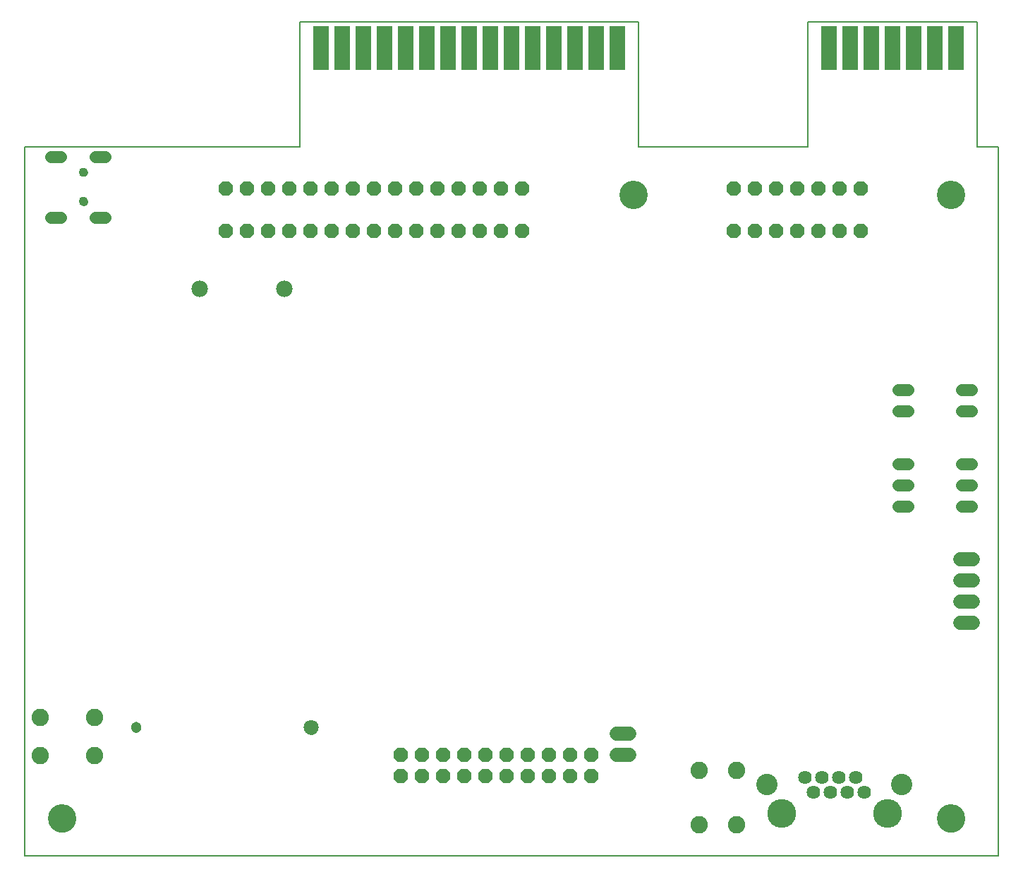
<source format=gbs>
G75*
%MOIN*%
%OFA0B0*%
%FSLAX25Y25*%
%IPPOS*%
%LPD*%
%AMOC8*
5,1,8,0,0,1.08239X$1,22.5*
%
%ADD10C,0.00500*%
%ADD11R,0.07800X0.20800*%
%ADD12OC8,0.06800*%
%ADD13C,0.08200*%
%ADD14C,0.00000*%
%ADD15C,0.13600*%
%ADD16C,0.06400*%
%ADD17C,0.10100*%
%ADD18C,0.05524*%
%ADD19C,0.04343*%
%ADD20C,0.13398*%
%ADD21C,0.05600*%
%ADD22C,0.06800*%
%ADD23C,0.05131*%
%ADD24C,0.07099*%
%ADD25C,0.07800*%
D10*
X0005154Y0017914D02*
X0005154Y0352560D01*
X0135154Y0352560D01*
X0135154Y0411615D01*
X0295154Y0411615D01*
X0295154Y0352560D01*
X0375154Y0352560D01*
X0375154Y0411615D01*
X0455154Y0411615D01*
X0455154Y0352560D01*
X0465154Y0352560D01*
X0465154Y0017914D01*
X0005154Y0017914D01*
D11*
X0145075Y0399193D03*
X0155075Y0399193D03*
X0165075Y0399193D03*
X0175075Y0399193D03*
X0185075Y0399193D03*
X0195075Y0399193D03*
X0205075Y0399193D03*
X0215075Y0399193D03*
X0225075Y0399193D03*
X0235075Y0399193D03*
X0245075Y0399193D03*
X0255075Y0399193D03*
X0265075Y0399193D03*
X0275075Y0399193D03*
X0285075Y0399193D03*
X0385075Y0399193D03*
X0395075Y0399193D03*
X0405075Y0399193D03*
X0415075Y0399193D03*
X0425075Y0399193D03*
X0435075Y0399193D03*
X0445075Y0399193D03*
D12*
X0400154Y0332914D03*
X0390154Y0332914D03*
X0380154Y0332914D03*
X0370154Y0332914D03*
X0360154Y0332914D03*
X0350154Y0332914D03*
X0340154Y0332914D03*
X0340154Y0312914D03*
X0350154Y0312914D03*
X0360154Y0312914D03*
X0370154Y0312914D03*
X0380154Y0312914D03*
X0390154Y0312914D03*
X0400154Y0312914D03*
X0240154Y0312914D03*
X0230154Y0312914D03*
X0220154Y0312914D03*
X0210154Y0312914D03*
X0200154Y0312914D03*
X0190154Y0312914D03*
X0180154Y0312914D03*
X0170154Y0312914D03*
X0160154Y0312914D03*
X0150154Y0312914D03*
X0140154Y0312914D03*
X0130154Y0312914D03*
X0120154Y0312914D03*
X0110154Y0312914D03*
X0100154Y0312914D03*
X0100154Y0332914D03*
X0110154Y0332914D03*
X0120154Y0332914D03*
X0130154Y0332914D03*
X0140154Y0332914D03*
X0150154Y0332914D03*
X0160154Y0332914D03*
X0170154Y0332914D03*
X0180154Y0332914D03*
X0190154Y0332914D03*
X0200154Y0332914D03*
X0210154Y0332914D03*
X0220154Y0332914D03*
X0230154Y0332914D03*
X0240154Y0332914D03*
X0242654Y0065414D03*
X0252654Y0065414D03*
X0262654Y0065414D03*
X0272654Y0065414D03*
X0272654Y0055414D03*
X0262654Y0055414D03*
X0252654Y0055414D03*
X0242654Y0055414D03*
X0232654Y0055414D03*
X0232654Y0065414D03*
X0222654Y0065414D03*
X0222654Y0055414D03*
X0212654Y0055414D03*
X0212654Y0065414D03*
X0202654Y0065414D03*
X0202654Y0055414D03*
X0192654Y0055414D03*
X0192654Y0065414D03*
X0182654Y0065414D03*
X0182654Y0055414D03*
D13*
X0323754Y0058214D03*
X0341554Y0058214D03*
X0341554Y0032614D03*
X0323754Y0032614D03*
X0037954Y0065264D03*
X0037954Y0083064D03*
X0012354Y0083064D03*
X0012354Y0065264D03*
D14*
X0016355Y0035414D02*
X0016357Y0035572D01*
X0016363Y0035730D01*
X0016373Y0035888D01*
X0016387Y0036046D01*
X0016405Y0036203D01*
X0016426Y0036360D01*
X0016452Y0036516D01*
X0016482Y0036672D01*
X0016515Y0036827D01*
X0016553Y0036980D01*
X0016594Y0037133D01*
X0016639Y0037285D01*
X0016688Y0037436D01*
X0016741Y0037585D01*
X0016797Y0037733D01*
X0016857Y0037879D01*
X0016921Y0038024D01*
X0016989Y0038167D01*
X0017060Y0038309D01*
X0017134Y0038449D01*
X0017212Y0038586D01*
X0017294Y0038722D01*
X0017378Y0038856D01*
X0017467Y0038987D01*
X0017558Y0039116D01*
X0017653Y0039243D01*
X0017750Y0039368D01*
X0017851Y0039490D01*
X0017955Y0039609D01*
X0018062Y0039726D01*
X0018172Y0039840D01*
X0018285Y0039951D01*
X0018400Y0040060D01*
X0018518Y0040165D01*
X0018639Y0040267D01*
X0018762Y0040367D01*
X0018888Y0040463D01*
X0019016Y0040556D01*
X0019146Y0040646D01*
X0019279Y0040732D01*
X0019414Y0040816D01*
X0019550Y0040895D01*
X0019689Y0040972D01*
X0019830Y0041044D01*
X0019972Y0041114D01*
X0020116Y0041179D01*
X0020262Y0041241D01*
X0020409Y0041299D01*
X0020558Y0041354D01*
X0020708Y0041405D01*
X0020859Y0041452D01*
X0021011Y0041495D01*
X0021164Y0041534D01*
X0021319Y0041570D01*
X0021474Y0041601D01*
X0021630Y0041629D01*
X0021786Y0041653D01*
X0021943Y0041673D01*
X0022101Y0041689D01*
X0022258Y0041701D01*
X0022417Y0041709D01*
X0022575Y0041713D01*
X0022733Y0041713D01*
X0022891Y0041709D01*
X0023050Y0041701D01*
X0023207Y0041689D01*
X0023365Y0041673D01*
X0023522Y0041653D01*
X0023678Y0041629D01*
X0023834Y0041601D01*
X0023989Y0041570D01*
X0024144Y0041534D01*
X0024297Y0041495D01*
X0024449Y0041452D01*
X0024600Y0041405D01*
X0024750Y0041354D01*
X0024899Y0041299D01*
X0025046Y0041241D01*
X0025192Y0041179D01*
X0025336Y0041114D01*
X0025478Y0041044D01*
X0025619Y0040972D01*
X0025758Y0040895D01*
X0025894Y0040816D01*
X0026029Y0040732D01*
X0026162Y0040646D01*
X0026292Y0040556D01*
X0026420Y0040463D01*
X0026546Y0040367D01*
X0026669Y0040267D01*
X0026790Y0040165D01*
X0026908Y0040060D01*
X0027023Y0039951D01*
X0027136Y0039840D01*
X0027246Y0039726D01*
X0027353Y0039609D01*
X0027457Y0039490D01*
X0027558Y0039368D01*
X0027655Y0039243D01*
X0027750Y0039116D01*
X0027841Y0038987D01*
X0027930Y0038856D01*
X0028014Y0038722D01*
X0028096Y0038586D01*
X0028174Y0038449D01*
X0028248Y0038309D01*
X0028319Y0038167D01*
X0028387Y0038024D01*
X0028451Y0037879D01*
X0028511Y0037733D01*
X0028567Y0037585D01*
X0028620Y0037436D01*
X0028669Y0037285D01*
X0028714Y0037133D01*
X0028755Y0036980D01*
X0028793Y0036827D01*
X0028826Y0036672D01*
X0028856Y0036516D01*
X0028882Y0036360D01*
X0028903Y0036203D01*
X0028921Y0036046D01*
X0028935Y0035888D01*
X0028945Y0035730D01*
X0028951Y0035572D01*
X0028953Y0035414D01*
X0028951Y0035256D01*
X0028945Y0035098D01*
X0028935Y0034940D01*
X0028921Y0034782D01*
X0028903Y0034625D01*
X0028882Y0034468D01*
X0028856Y0034312D01*
X0028826Y0034156D01*
X0028793Y0034001D01*
X0028755Y0033848D01*
X0028714Y0033695D01*
X0028669Y0033543D01*
X0028620Y0033392D01*
X0028567Y0033243D01*
X0028511Y0033095D01*
X0028451Y0032949D01*
X0028387Y0032804D01*
X0028319Y0032661D01*
X0028248Y0032519D01*
X0028174Y0032379D01*
X0028096Y0032242D01*
X0028014Y0032106D01*
X0027930Y0031972D01*
X0027841Y0031841D01*
X0027750Y0031712D01*
X0027655Y0031585D01*
X0027558Y0031460D01*
X0027457Y0031338D01*
X0027353Y0031219D01*
X0027246Y0031102D01*
X0027136Y0030988D01*
X0027023Y0030877D01*
X0026908Y0030768D01*
X0026790Y0030663D01*
X0026669Y0030561D01*
X0026546Y0030461D01*
X0026420Y0030365D01*
X0026292Y0030272D01*
X0026162Y0030182D01*
X0026029Y0030096D01*
X0025894Y0030012D01*
X0025758Y0029933D01*
X0025619Y0029856D01*
X0025478Y0029784D01*
X0025336Y0029714D01*
X0025192Y0029649D01*
X0025046Y0029587D01*
X0024899Y0029529D01*
X0024750Y0029474D01*
X0024600Y0029423D01*
X0024449Y0029376D01*
X0024297Y0029333D01*
X0024144Y0029294D01*
X0023989Y0029258D01*
X0023834Y0029227D01*
X0023678Y0029199D01*
X0023522Y0029175D01*
X0023365Y0029155D01*
X0023207Y0029139D01*
X0023050Y0029127D01*
X0022891Y0029119D01*
X0022733Y0029115D01*
X0022575Y0029115D01*
X0022417Y0029119D01*
X0022258Y0029127D01*
X0022101Y0029139D01*
X0021943Y0029155D01*
X0021786Y0029175D01*
X0021630Y0029199D01*
X0021474Y0029227D01*
X0021319Y0029258D01*
X0021164Y0029294D01*
X0021011Y0029333D01*
X0020859Y0029376D01*
X0020708Y0029423D01*
X0020558Y0029474D01*
X0020409Y0029529D01*
X0020262Y0029587D01*
X0020116Y0029649D01*
X0019972Y0029714D01*
X0019830Y0029784D01*
X0019689Y0029856D01*
X0019550Y0029933D01*
X0019414Y0030012D01*
X0019279Y0030096D01*
X0019146Y0030182D01*
X0019016Y0030272D01*
X0018888Y0030365D01*
X0018762Y0030461D01*
X0018639Y0030561D01*
X0018518Y0030663D01*
X0018400Y0030768D01*
X0018285Y0030877D01*
X0018172Y0030988D01*
X0018062Y0031102D01*
X0017955Y0031219D01*
X0017851Y0031338D01*
X0017750Y0031460D01*
X0017653Y0031585D01*
X0017558Y0031712D01*
X0017467Y0031841D01*
X0017378Y0031972D01*
X0017294Y0032106D01*
X0017212Y0032242D01*
X0017134Y0032379D01*
X0017060Y0032519D01*
X0016989Y0032661D01*
X0016921Y0032804D01*
X0016857Y0032949D01*
X0016797Y0033095D01*
X0016741Y0033243D01*
X0016688Y0033392D01*
X0016639Y0033543D01*
X0016594Y0033695D01*
X0016553Y0033848D01*
X0016515Y0034001D01*
X0016482Y0034156D01*
X0016452Y0034312D01*
X0016426Y0034468D01*
X0016405Y0034625D01*
X0016387Y0034782D01*
X0016373Y0034940D01*
X0016363Y0035098D01*
X0016357Y0035256D01*
X0016355Y0035414D01*
X0055463Y0078390D02*
X0055465Y0078483D01*
X0055471Y0078575D01*
X0055481Y0078667D01*
X0055495Y0078758D01*
X0055512Y0078849D01*
X0055534Y0078939D01*
X0055559Y0079028D01*
X0055588Y0079116D01*
X0055621Y0079202D01*
X0055658Y0079287D01*
X0055698Y0079371D01*
X0055742Y0079452D01*
X0055789Y0079532D01*
X0055839Y0079610D01*
X0055893Y0079685D01*
X0055950Y0079758D01*
X0056010Y0079828D01*
X0056073Y0079896D01*
X0056139Y0079961D01*
X0056207Y0080023D01*
X0056278Y0080083D01*
X0056352Y0080139D01*
X0056428Y0080192D01*
X0056506Y0080241D01*
X0056586Y0080288D01*
X0056668Y0080330D01*
X0056752Y0080370D01*
X0056837Y0080405D01*
X0056924Y0080437D01*
X0057012Y0080466D01*
X0057101Y0080490D01*
X0057191Y0080511D01*
X0057282Y0080527D01*
X0057374Y0080540D01*
X0057466Y0080549D01*
X0057559Y0080554D01*
X0057651Y0080555D01*
X0057744Y0080552D01*
X0057836Y0080545D01*
X0057928Y0080534D01*
X0058019Y0080519D01*
X0058110Y0080501D01*
X0058200Y0080478D01*
X0058288Y0080452D01*
X0058376Y0080422D01*
X0058462Y0080388D01*
X0058546Y0080351D01*
X0058629Y0080309D01*
X0058710Y0080265D01*
X0058790Y0080217D01*
X0058867Y0080166D01*
X0058941Y0080111D01*
X0059014Y0080053D01*
X0059084Y0079993D01*
X0059151Y0079929D01*
X0059215Y0079863D01*
X0059277Y0079793D01*
X0059335Y0079722D01*
X0059390Y0079648D01*
X0059442Y0079571D01*
X0059491Y0079492D01*
X0059537Y0079412D01*
X0059579Y0079329D01*
X0059617Y0079245D01*
X0059652Y0079159D01*
X0059683Y0079072D01*
X0059710Y0078984D01*
X0059733Y0078894D01*
X0059753Y0078804D01*
X0059769Y0078713D01*
X0059781Y0078621D01*
X0059789Y0078529D01*
X0059793Y0078436D01*
X0059793Y0078344D01*
X0059789Y0078251D01*
X0059781Y0078159D01*
X0059769Y0078067D01*
X0059753Y0077976D01*
X0059733Y0077886D01*
X0059710Y0077796D01*
X0059683Y0077708D01*
X0059652Y0077621D01*
X0059617Y0077535D01*
X0059579Y0077451D01*
X0059537Y0077368D01*
X0059491Y0077288D01*
X0059442Y0077209D01*
X0059390Y0077132D01*
X0059335Y0077058D01*
X0059277Y0076987D01*
X0059215Y0076917D01*
X0059151Y0076851D01*
X0059084Y0076787D01*
X0059014Y0076727D01*
X0058941Y0076669D01*
X0058867Y0076614D01*
X0058790Y0076563D01*
X0058711Y0076515D01*
X0058629Y0076471D01*
X0058546Y0076429D01*
X0058462Y0076392D01*
X0058376Y0076358D01*
X0058288Y0076328D01*
X0058200Y0076302D01*
X0058110Y0076279D01*
X0058019Y0076261D01*
X0057928Y0076246D01*
X0057836Y0076235D01*
X0057744Y0076228D01*
X0057651Y0076225D01*
X0057559Y0076226D01*
X0057466Y0076231D01*
X0057374Y0076240D01*
X0057282Y0076253D01*
X0057191Y0076269D01*
X0057101Y0076290D01*
X0057012Y0076314D01*
X0056924Y0076343D01*
X0056837Y0076375D01*
X0056752Y0076410D01*
X0056668Y0076450D01*
X0056586Y0076492D01*
X0056506Y0076539D01*
X0056428Y0076588D01*
X0056352Y0076641D01*
X0056278Y0076697D01*
X0056207Y0076757D01*
X0056139Y0076819D01*
X0056073Y0076884D01*
X0056010Y0076952D01*
X0055950Y0077022D01*
X0055893Y0077095D01*
X0055839Y0077170D01*
X0055789Y0077248D01*
X0055742Y0077328D01*
X0055698Y0077409D01*
X0055658Y0077493D01*
X0055621Y0077578D01*
X0055588Y0077664D01*
X0055559Y0077752D01*
X0055534Y0077841D01*
X0055512Y0077931D01*
X0055495Y0078022D01*
X0055481Y0078113D01*
X0055471Y0078205D01*
X0055465Y0078297D01*
X0055463Y0078390D01*
X0137155Y0078390D02*
X0137157Y0078502D01*
X0137163Y0078613D01*
X0137173Y0078725D01*
X0137187Y0078836D01*
X0137204Y0078946D01*
X0137226Y0079056D01*
X0137252Y0079165D01*
X0137281Y0079273D01*
X0137314Y0079379D01*
X0137351Y0079485D01*
X0137392Y0079589D01*
X0137437Y0079692D01*
X0137485Y0079793D01*
X0137536Y0079892D01*
X0137591Y0079989D01*
X0137650Y0080084D01*
X0137711Y0080178D01*
X0137776Y0080269D01*
X0137845Y0080357D01*
X0137916Y0080443D01*
X0137990Y0080527D01*
X0138068Y0080607D01*
X0138148Y0080685D01*
X0138231Y0080761D01*
X0138316Y0080833D01*
X0138404Y0080902D01*
X0138494Y0080968D01*
X0138587Y0081030D01*
X0138682Y0081090D01*
X0138779Y0081146D01*
X0138877Y0081198D01*
X0138978Y0081247D01*
X0139080Y0081292D01*
X0139184Y0081334D01*
X0139289Y0081372D01*
X0139396Y0081406D01*
X0139503Y0081436D01*
X0139612Y0081463D01*
X0139721Y0081485D01*
X0139832Y0081504D01*
X0139942Y0081519D01*
X0140054Y0081530D01*
X0140165Y0081537D01*
X0140277Y0081540D01*
X0140389Y0081539D01*
X0140501Y0081534D01*
X0140612Y0081525D01*
X0140723Y0081512D01*
X0140834Y0081495D01*
X0140944Y0081475D01*
X0141053Y0081450D01*
X0141161Y0081422D01*
X0141268Y0081389D01*
X0141374Y0081353D01*
X0141478Y0081313D01*
X0141581Y0081270D01*
X0141683Y0081223D01*
X0141782Y0081172D01*
X0141880Y0081118D01*
X0141976Y0081060D01*
X0142070Y0080999D01*
X0142161Y0080935D01*
X0142250Y0080868D01*
X0142337Y0080797D01*
X0142421Y0080723D01*
X0142503Y0080647D01*
X0142581Y0080567D01*
X0142657Y0080485D01*
X0142730Y0080400D01*
X0142800Y0080313D01*
X0142866Y0080223D01*
X0142930Y0080131D01*
X0142990Y0080037D01*
X0143047Y0079941D01*
X0143100Y0079842D01*
X0143150Y0079742D01*
X0143196Y0079641D01*
X0143239Y0079537D01*
X0143278Y0079432D01*
X0143313Y0079326D01*
X0143344Y0079219D01*
X0143372Y0079110D01*
X0143395Y0079001D01*
X0143415Y0078891D01*
X0143431Y0078780D01*
X0143443Y0078669D01*
X0143451Y0078558D01*
X0143455Y0078446D01*
X0143455Y0078334D01*
X0143451Y0078222D01*
X0143443Y0078111D01*
X0143431Y0078000D01*
X0143415Y0077889D01*
X0143395Y0077779D01*
X0143372Y0077670D01*
X0143344Y0077561D01*
X0143313Y0077454D01*
X0143278Y0077348D01*
X0143239Y0077243D01*
X0143196Y0077139D01*
X0143150Y0077038D01*
X0143100Y0076938D01*
X0143047Y0076839D01*
X0142990Y0076743D01*
X0142930Y0076649D01*
X0142866Y0076557D01*
X0142800Y0076467D01*
X0142730Y0076380D01*
X0142657Y0076295D01*
X0142581Y0076213D01*
X0142503Y0076133D01*
X0142421Y0076057D01*
X0142337Y0075983D01*
X0142250Y0075912D01*
X0142161Y0075845D01*
X0142070Y0075781D01*
X0141976Y0075720D01*
X0141880Y0075662D01*
X0141782Y0075608D01*
X0141683Y0075557D01*
X0141581Y0075510D01*
X0141478Y0075467D01*
X0141374Y0075427D01*
X0141268Y0075391D01*
X0141161Y0075358D01*
X0141053Y0075330D01*
X0140944Y0075305D01*
X0140834Y0075285D01*
X0140723Y0075268D01*
X0140612Y0075255D01*
X0140501Y0075246D01*
X0140389Y0075241D01*
X0140277Y0075240D01*
X0140165Y0075243D01*
X0140054Y0075250D01*
X0139942Y0075261D01*
X0139832Y0075276D01*
X0139721Y0075295D01*
X0139612Y0075317D01*
X0139503Y0075344D01*
X0139396Y0075374D01*
X0139289Y0075408D01*
X0139184Y0075446D01*
X0139080Y0075488D01*
X0138978Y0075533D01*
X0138877Y0075582D01*
X0138779Y0075634D01*
X0138682Y0075690D01*
X0138587Y0075750D01*
X0138494Y0075812D01*
X0138404Y0075878D01*
X0138316Y0075947D01*
X0138231Y0076019D01*
X0138148Y0076095D01*
X0138068Y0076173D01*
X0137990Y0076253D01*
X0137916Y0076337D01*
X0137845Y0076423D01*
X0137776Y0076511D01*
X0137711Y0076602D01*
X0137650Y0076696D01*
X0137591Y0076791D01*
X0137536Y0076888D01*
X0137485Y0076987D01*
X0137437Y0077088D01*
X0137392Y0077191D01*
X0137351Y0077295D01*
X0137314Y0077401D01*
X0137281Y0077507D01*
X0137252Y0077615D01*
X0137226Y0077724D01*
X0137204Y0077834D01*
X0137187Y0077944D01*
X0137173Y0078055D01*
X0137163Y0078167D01*
X0137157Y0078278D01*
X0137155Y0078390D01*
X0356254Y0037914D02*
X0356256Y0038074D01*
X0356262Y0038233D01*
X0356272Y0038392D01*
X0356286Y0038551D01*
X0356304Y0038710D01*
X0356325Y0038868D01*
X0356351Y0039025D01*
X0356381Y0039182D01*
X0356414Y0039338D01*
X0356452Y0039493D01*
X0356493Y0039647D01*
X0356538Y0039800D01*
X0356587Y0039952D01*
X0356640Y0040103D01*
X0356696Y0040252D01*
X0356757Y0040400D01*
X0356820Y0040546D01*
X0356888Y0040691D01*
X0356959Y0040834D01*
X0357033Y0040975D01*
X0357111Y0041114D01*
X0357193Y0041251D01*
X0357278Y0041386D01*
X0357366Y0041519D01*
X0357458Y0041650D01*
X0357552Y0041778D01*
X0357650Y0041904D01*
X0357751Y0042028D01*
X0357855Y0042149D01*
X0357962Y0042267D01*
X0358072Y0042383D01*
X0358185Y0042496D01*
X0358301Y0042606D01*
X0358419Y0042713D01*
X0358540Y0042817D01*
X0358664Y0042918D01*
X0358790Y0043016D01*
X0358918Y0043110D01*
X0359049Y0043202D01*
X0359182Y0043290D01*
X0359317Y0043375D01*
X0359454Y0043457D01*
X0359593Y0043535D01*
X0359734Y0043609D01*
X0359877Y0043680D01*
X0360022Y0043748D01*
X0360168Y0043811D01*
X0360316Y0043872D01*
X0360465Y0043928D01*
X0360616Y0043981D01*
X0360768Y0044030D01*
X0360921Y0044075D01*
X0361075Y0044116D01*
X0361230Y0044154D01*
X0361386Y0044187D01*
X0361543Y0044217D01*
X0361700Y0044243D01*
X0361858Y0044264D01*
X0362017Y0044282D01*
X0362176Y0044296D01*
X0362335Y0044306D01*
X0362494Y0044312D01*
X0362654Y0044314D01*
X0362814Y0044312D01*
X0362973Y0044306D01*
X0363132Y0044296D01*
X0363291Y0044282D01*
X0363450Y0044264D01*
X0363608Y0044243D01*
X0363765Y0044217D01*
X0363922Y0044187D01*
X0364078Y0044154D01*
X0364233Y0044116D01*
X0364387Y0044075D01*
X0364540Y0044030D01*
X0364692Y0043981D01*
X0364843Y0043928D01*
X0364992Y0043872D01*
X0365140Y0043811D01*
X0365286Y0043748D01*
X0365431Y0043680D01*
X0365574Y0043609D01*
X0365715Y0043535D01*
X0365854Y0043457D01*
X0365991Y0043375D01*
X0366126Y0043290D01*
X0366259Y0043202D01*
X0366390Y0043110D01*
X0366518Y0043016D01*
X0366644Y0042918D01*
X0366768Y0042817D01*
X0366889Y0042713D01*
X0367007Y0042606D01*
X0367123Y0042496D01*
X0367236Y0042383D01*
X0367346Y0042267D01*
X0367453Y0042149D01*
X0367557Y0042028D01*
X0367658Y0041904D01*
X0367756Y0041778D01*
X0367850Y0041650D01*
X0367942Y0041519D01*
X0368030Y0041386D01*
X0368115Y0041251D01*
X0368197Y0041114D01*
X0368275Y0040975D01*
X0368349Y0040834D01*
X0368420Y0040691D01*
X0368488Y0040546D01*
X0368551Y0040400D01*
X0368612Y0040252D01*
X0368668Y0040103D01*
X0368721Y0039952D01*
X0368770Y0039800D01*
X0368815Y0039647D01*
X0368856Y0039493D01*
X0368894Y0039338D01*
X0368927Y0039182D01*
X0368957Y0039025D01*
X0368983Y0038868D01*
X0369004Y0038710D01*
X0369022Y0038551D01*
X0369036Y0038392D01*
X0369046Y0038233D01*
X0369052Y0038074D01*
X0369054Y0037914D01*
X0369052Y0037754D01*
X0369046Y0037595D01*
X0369036Y0037436D01*
X0369022Y0037277D01*
X0369004Y0037118D01*
X0368983Y0036960D01*
X0368957Y0036803D01*
X0368927Y0036646D01*
X0368894Y0036490D01*
X0368856Y0036335D01*
X0368815Y0036181D01*
X0368770Y0036028D01*
X0368721Y0035876D01*
X0368668Y0035725D01*
X0368612Y0035576D01*
X0368551Y0035428D01*
X0368488Y0035282D01*
X0368420Y0035137D01*
X0368349Y0034994D01*
X0368275Y0034853D01*
X0368197Y0034714D01*
X0368115Y0034577D01*
X0368030Y0034442D01*
X0367942Y0034309D01*
X0367850Y0034178D01*
X0367756Y0034050D01*
X0367658Y0033924D01*
X0367557Y0033800D01*
X0367453Y0033679D01*
X0367346Y0033561D01*
X0367236Y0033445D01*
X0367123Y0033332D01*
X0367007Y0033222D01*
X0366889Y0033115D01*
X0366768Y0033011D01*
X0366644Y0032910D01*
X0366518Y0032812D01*
X0366390Y0032718D01*
X0366259Y0032626D01*
X0366126Y0032538D01*
X0365991Y0032453D01*
X0365854Y0032371D01*
X0365715Y0032293D01*
X0365574Y0032219D01*
X0365431Y0032148D01*
X0365286Y0032080D01*
X0365140Y0032017D01*
X0364992Y0031956D01*
X0364843Y0031900D01*
X0364692Y0031847D01*
X0364540Y0031798D01*
X0364387Y0031753D01*
X0364233Y0031712D01*
X0364078Y0031674D01*
X0363922Y0031641D01*
X0363765Y0031611D01*
X0363608Y0031585D01*
X0363450Y0031564D01*
X0363291Y0031546D01*
X0363132Y0031532D01*
X0362973Y0031522D01*
X0362814Y0031516D01*
X0362654Y0031514D01*
X0362494Y0031516D01*
X0362335Y0031522D01*
X0362176Y0031532D01*
X0362017Y0031546D01*
X0361858Y0031564D01*
X0361700Y0031585D01*
X0361543Y0031611D01*
X0361386Y0031641D01*
X0361230Y0031674D01*
X0361075Y0031712D01*
X0360921Y0031753D01*
X0360768Y0031798D01*
X0360616Y0031847D01*
X0360465Y0031900D01*
X0360316Y0031956D01*
X0360168Y0032017D01*
X0360022Y0032080D01*
X0359877Y0032148D01*
X0359734Y0032219D01*
X0359593Y0032293D01*
X0359454Y0032371D01*
X0359317Y0032453D01*
X0359182Y0032538D01*
X0359049Y0032626D01*
X0358918Y0032718D01*
X0358790Y0032812D01*
X0358664Y0032910D01*
X0358540Y0033011D01*
X0358419Y0033115D01*
X0358301Y0033222D01*
X0358185Y0033332D01*
X0358072Y0033445D01*
X0357962Y0033561D01*
X0357855Y0033679D01*
X0357751Y0033800D01*
X0357650Y0033924D01*
X0357552Y0034050D01*
X0357458Y0034178D01*
X0357366Y0034309D01*
X0357278Y0034442D01*
X0357193Y0034577D01*
X0357111Y0034714D01*
X0357033Y0034853D01*
X0356959Y0034994D01*
X0356888Y0035137D01*
X0356820Y0035282D01*
X0356757Y0035428D01*
X0356696Y0035576D01*
X0356640Y0035725D01*
X0356587Y0035876D01*
X0356538Y0036028D01*
X0356493Y0036181D01*
X0356452Y0036335D01*
X0356414Y0036490D01*
X0356381Y0036646D01*
X0356351Y0036803D01*
X0356325Y0036960D01*
X0356304Y0037118D01*
X0356286Y0037277D01*
X0356272Y0037436D01*
X0356262Y0037595D01*
X0356256Y0037754D01*
X0356254Y0037914D01*
X0406254Y0037914D02*
X0406256Y0038074D01*
X0406262Y0038233D01*
X0406272Y0038392D01*
X0406286Y0038551D01*
X0406304Y0038710D01*
X0406325Y0038868D01*
X0406351Y0039025D01*
X0406381Y0039182D01*
X0406414Y0039338D01*
X0406452Y0039493D01*
X0406493Y0039647D01*
X0406538Y0039800D01*
X0406587Y0039952D01*
X0406640Y0040103D01*
X0406696Y0040252D01*
X0406757Y0040400D01*
X0406820Y0040546D01*
X0406888Y0040691D01*
X0406959Y0040834D01*
X0407033Y0040975D01*
X0407111Y0041114D01*
X0407193Y0041251D01*
X0407278Y0041386D01*
X0407366Y0041519D01*
X0407458Y0041650D01*
X0407552Y0041778D01*
X0407650Y0041904D01*
X0407751Y0042028D01*
X0407855Y0042149D01*
X0407962Y0042267D01*
X0408072Y0042383D01*
X0408185Y0042496D01*
X0408301Y0042606D01*
X0408419Y0042713D01*
X0408540Y0042817D01*
X0408664Y0042918D01*
X0408790Y0043016D01*
X0408918Y0043110D01*
X0409049Y0043202D01*
X0409182Y0043290D01*
X0409317Y0043375D01*
X0409454Y0043457D01*
X0409593Y0043535D01*
X0409734Y0043609D01*
X0409877Y0043680D01*
X0410022Y0043748D01*
X0410168Y0043811D01*
X0410316Y0043872D01*
X0410465Y0043928D01*
X0410616Y0043981D01*
X0410768Y0044030D01*
X0410921Y0044075D01*
X0411075Y0044116D01*
X0411230Y0044154D01*
X0411386Y0044187D01*
X0411543Y0044217D01*
X0411700Y0044243D01*
X0411858Y0044264D01*
X0412017Y0044282D01*
X0412176Y0044296D01*
X0412335Y0044306D01*
X0412494Y0044312D01*
X0412654Y0044314D01*
X0412814Y0044312D01*
X0412973Y0044306D01*
X0413132Y0044296D01*
X0413291Y0044282D01*
X0413450Y0044264D01*
X0413608Y0044243D01*
X0413765Y0044217D01*
X0413922Y0044187D01*
X0414078Y0044154D01*
X0414233Y0044116D01*
X0414387Y0044075D01*
X0414540Y0044030D01*
X0414692Y0043981D01*
X0414843Y0043928D01*
X0414992Y0043872D01*
X0415140Y0043811D01*
X0415286Y0043748D01*
X0415431Y0043680D01*
X0415574Y0043609D01*
X0415715Y0043535D01*
X0415854Y0043457D01*
X0415991Y0043375D01*
X0416126Y0043290D01*
X0416259Y0043202D01*
X0416390Y0043110D01*
X0416518Y0043016D01*
X0416644Y0042918D01*
X0416768Y0042817D01*
X0416889Y0042713D01*
X0417007Y0042606D01*
X0417123Y0042496D01*
X0417236Y0042383D01*
X0417346Y0042267D01*
X0417453Y0042149D01*
X0417557Y0042028D01*
X0417658Y0041904D01*
X0417756Y0041778D01*
X0417850Y0041650D01*
X0417942Y0041519D01*
X0418030Y0041386D01*
X0418115Y0041251D01*
X0418197Y0041114D01*
X0418275Y0040975D01*
X0418349Y0040834D01*
X0418420Y0040691D01*
X0418488Y0040546D01*
X0418551Y0040400D01*
X0418612Y0040252D01*
X0418668Y0040103D01*
X0418721Y0039952D01*
X0418770Y0039800D01*
X0418815Y0039647D01*
X0418856Y0039493D01*
X0418894Y0039338D01*
X0418927Y0039182D01*
X0418957Y0039025D01*
X0418983Y0038868D01*
X0419004Y0038710D01*
X0419022Y0038551D01*
X0419036Y0038392D01*
X0419046Y0038233D01*
X0419052Y0038074D01*
X0419054Y0037914D01*
X0419052Y0037754D01*
X0419046Y0037595D01*
X0419036Y0037436D01*
X0419022Y0037277D01*
X0419004Y0037118D01*
X0418983Y0036960D01*
X0418957Y0036803D01*
X0418927Y0036646D01*
X0418894Y0036490D01*
X0418856Y0036335D01*
X0418815Y0036181D01*
X0418770Y0036028D01*
X0418721Y0035876D01*
X0418668Y0035725D01*
X0418612Y0035576D01*
X0418551Y0035428D01*
X0418488Y0035282D01*
X0418420Y0035137D01*
X0418349Y0034994D01*
X0418275Y0034853D01*
X0418197Y0034714D01*
X0418115Y0034577D01*
X0418030Y0034442D01*
X0417942Y0034309D01*
X0417850Y0034178D01*
X0417756Y0034050D01*
X0417658Y0033924D01*
X0417557Y0033800D01*
X0417453Y0033679D01*
X0417346Y0033561D01*
X0417236Y0033445D01*
X0417123Y0033332D01*
X0417007Y0033222D01*
X0416889Y0033115D01*
X0416768Y0033011D01*
X0416644Y0032910D01*
X0416518Y0032812D01*
X0416390Y0032718D01*
X0416259Y0032626D01*
X0416126Y0032538D01*
X0415991Y0032453D01*
X0415854Y0032371D01*
X0415715Y0032293D01*
X0415574Y0032219D01*
X0415431Y0032148D01*
X0415286Y0032080D01*
X0415140Y0032017D01*
X0414992Y0031956D01*
X0414843Y0031900D01*
X0414692Y0031847D01*
X0414540Y0031798D01*
X0414387Y0031753D01*
X0414233Y0031712D01*
X0414078Y0031674D01*
X0413922Y0031641D01*
X0413765Y0031611D01*
X0413608Y0031585D01*
X0413450Y0031564D01*
X0413291Y0031546D01*
X0413132Y0031532D01*
X0412973Y0031522D01*
X0412814Y0031516D01*
X0412654Y0031514D01*
X0412494Y0031516D01*
X0412335Y0031522D01*
X0412176Y0031532D01*
X0412017Y0031546D01*
X0411858Y0031564D01*
X0411700Y0031585D01*
X0411543Y0031611D01*
X0411386Y0031641D01*
X0411230Y0031674D01*
X0411075Y0031712D01*
X0410921Y0031753D01*
X0410768Y0031798D01*
X0410616Y0031847D01*
X0410465Y0031900D01*
X0410316Y0031956D01*
X0410168Y0032017D01*
X0410022Y0032080D01*
X0409877Y0032148D01*
X0409734Y0032219D01*
X0409593Y0032293D01*
X0409454Y0032371D01*
X0409317Y0032453D01*
X0409182Y0032538D01*
X0409049Y0032626D01*
X0408918Y0032718D01*
X0408790Y0032812D01*
X0408664Y0032910D01*
X0408540Y0033011D01*
X0408419Y0033115D01*
X0408301Y0033222D01*
X0408185Y0033332D01*
X0408072Y0033445D01*
X0407962Y0033561D01*
X0407855Y0033679D01*
X0407751Y0033800D01*
X0407650Y0033924D01*
X0407552Y0034050D01*
X0407458Y0034178D01*
X0407366Y0034309D01*
X0407278Y0034442D01*
X0407193Y0034577D01*
X0407111Y0034714D01*
X0407033Y0034853D01*
X0406959Y0034994D01*
X0406888Y0035137D01*
X0406820Y0035282D01*
X0406757Y0035428D01*
X0406696Y0035576D01*
X0406640Y0035725D01*
X0406587Y0035876D01*
X0406538Y0036028D01*
X0406493Y0036181D01*
X0406452Y0036335D01*
X0406414Y0036490D01*
X0406381Y0036646D01*
X0406351Y0036803D01*
X0406325Y0036960D01*
X0406304Y0037118D01*
X0406286Y0037277D01*
X0406272Y0037436D01*
X0406262Y0037595D01*
X0406256Y0037754D01*
X0406254Y0037914D01*
X0436355Y0035414D02*
X0436357Y0035572D01*
X0436363Y0035730D01*
X0436373Y0035888D01*
X0436387Y0036046D01*
X0436405Y0036203D01*
X0436426Y0036360D01*
X0436452Y0036516D01*
X0436482Y0036672D01*
X0436515Y0036827D01*
X0436553Y0036980D01*
X0436594Y0037133D01*
X0436639Y0037285D01*
X0436688Y0037436D01*
X0436741Y0037585D01*
X0436797Y0037733D01*
X0436857Y0037879D01*
X0436921Y0038024D01*
X0436989Y0038167D01*
X0437060Y0038309D01*
X0437134Y0038449D01*
X0437212Y0038586D01*
X0437294Y0038722D01*
X0437378Y0038856D01*
X0437467Y0038987D01*
X0437558Y0039116D01*
X0437653Y0039243D01*
X0437750Y0039368D01*
X0437851Y0039490D01*
X0437955Y0039609D01*
X0438062Y0039726D01*
X0438172Y0039840D01*
X0438285Y0039951D01*
X0438400Y0040060D01*
X0438518Y0040165D01*
X0438639Y0040267D01*
X0438762Y0040367D01*
X0438888Y0040463D01*
X0439016Y0040556D01*
X0439146Y0040646D01*
X0439279Y0040732D01*
X0439414Y0040816D01*
X0439550Y0040895D01*
X0439689Y0040972D01*
X0439830Y0041044D01*
X0439972Y0041114D01*
X0440116Y0041179D01*
X0440262Y0041241D01*
X0440409Y0041299D01*
X0440558Y0041354D01*
X0440708Y0041405D01*
X0440859Y0041452D01*
X0441011Y0041495D01*
X0441164Y0041534D01*
X0441319Y0041570D01*
X0441474Y0041601D01*
X0441630Y0041629D01*
X0441786Y0041653D01*
X0441943Y0041673D01*
X0442101Y0041689D01*
X0442258Y0041701D01*
X0442417Y0041709D01*
X0442575Y0041713D01*
X0442733Y0041713D01*
X0442891Y0041709D01*
X0443050Y0041701D01*
X0443207Y0041689D01*
X0443365Y0041673D01*
X0443522Y0041653D01*
X0443678Y0041629D01*
X0443834Y0041601D01*
X0443989Y0041570D01*
X0444144Y0041534D01*
X0444297Y0041495D01*
X0444449Y0041452D01*
X0444600Y0041405D01*
X0444750Y0041354D01*
X0444899Y0041299D01*
X0445046Y0041241D01*
X0445192Y0041179D01*
X0445336Y0041114D01*
X0445478Y0041044D01*
X0445619Y0040972D01*
X0445758Y0040895D01*
X0445894Y0040816D01*
X0446029Y0040732D01*
X0446162Y0040646D01*
X0446292Y0040556D01*
X0446420Y0040463D01*
X0446546Y0040367D01*
X0446669Y0040267D01*
X0446790Y0040165D01*
X0446908Y0040060D01*
X0447023Y0039951D01*
X0447136Y0039840D01*
X0447246Y0039726D01*
X0447353Y0039609D01*
X0447457Y0039490D01*
X0447558Y0039368D01*
X0447655Y0039243D01*
X0447750Y0039116D01*
X0447841Y0038987D01*
X0447930Y0038856D01*
X0448014Y0038722D01*
X0448096Y0038586D01*
X0448174Y0038449D01*
X0448248Y0038309D01*
X0448319Y0038167D01*
X0448387Y0038024D01*
X0448451Y0037879D01*
X0448511Y0037733D01*
X0448567Y0037585D01*
X0448620Y0037436D01*
X0448669Y0037285D01*
X0448714Y0037133D01*
X0448755Y0036980D01*
X0448793Y0036827D01*
X0448826Y0036672D01*
X0448856Y0036516D01*
X0448882Y0036360D01*
X0448903Y0036203D01*
X0448921Y0036046D01*
X0448935Y0035888D01*
X0448945Y0035730D01*
X0448951Y0035572D01*
X0448953Y0035414D01*
X0448951Y0035256D01*
X0448945Y0035098D01*
X0448935Y0034940D01*
X0448921Y0034782D01*
X0448903Y0034625D01*
X0448882Y0034468D01*
X0448856Y0034312D01*
X0448826Y0034156D01*
X0448793Y0034001D01*
X0448755Y0033848D01*
X0448714Y0033695D01*
X0448669Y0033543D01*
X0448620Y0033392D01*
X0448567Y0033243D01*
X0448511Y0033095D01*
X0448451Y0032949D01*
X0448387Y0032804D01*
X0448319Y0032661D01*
X0448248Y0032519D01*
X0448174Y0032379D01*
X0448096Y0032242D01*
X0448014Y0032106D01*
X0447930Y0031972D01*
X0447841Y0031841D01*
X0447750Y0031712D01*
X0447655Y0031585D01*
X0447558Y0031460D01*
X0447457Y0031338D01*
X0447353Y0031219D01*
X0447246Y0031102D01*
X0447136Y0030988D01*
X0447023Y0030877D01*
X0446908Y0030768D01*
X0446790Y0030663D01*
X0446669Y0030561D01*
X0446546Y0030461D01*
X0446420Y0030365D01*
X0446292Y0030272D01*
X0446162Y0030182D01*
X0446029Y0030096D01*
X0445894Y0030012D01*
X0445758Y0029933D01*
X0445619Y0029856D01*
X0445478Y0029784D01*
X0445336Y0029714D01*
X0445192Y0029649D01*
X0445046Y0029587D01*
X0444899Y0029529D01*
X0444750Y0029474D01*
X0444600Y0029423D01*
X0444449Y0029376D01*
X0444297Y0029333D01*
X0444144Y0029294D01*
X0443989Y0029258D01*
X0443834Y0029227D01*
X0443678Y0029199D01*
X0443522Y0029175D01*
X0443365Y0029155D01*
X0443207Y0029139D01*
X0443050Y0029127D01*
X0442891Y0029119D01*
X0442733Y0029115D01*
X0442575Y0029115D01*
X0442417Y0029119D01*
X0442258Y0029127D01*
X0442101Y0029139D01*
X0441943Y0029155D01*
X0441786Y0029175D01*
X0441630Y0029199D01*
X0441474Y0029227D01*
X0441319Y0029258D01*
X0441164Y0029294D01*
X0441011Y0029333D01*
X0440859Y0029376D01*
X0440708Y0029423D01*
X0440558Y0029474D01*
X0440409Y0029529D01*
X0440262Y0029587D01*
X0440116Y0029649D01*
X0439972Y0029714D01*
X0439830Y0029784D01*
X0439689Y0029856D01*
X0439550Y0029933D01*
X0439414Y0030012D01*
X0439279Y0030096D01*
X0439146Y0030182D01*
X0439016Y0030272D01*
X0438888Y0030365D01*
X0438762Y0030461D01*
X0438639Y0030561D01*
X0438518Y0030663D01*
X0438400Y0030768D01*
X0438285Y0030877D01*
X0438172Y0030988D01*
X0438062Y0031102D01*
X0437955Y0031219D01*
X0437851Y0031338D01*
X0437750Y0031460D01*
X0437653Y0031585D01*
X0437558Y0031712D01*
X0437467Y0031841D01*
X0437378Y0031972D01*
X0437294Y0032106D01*
X0437212Y0032242D01*
X0437134Y0032379D01*
X0437060Y0032519D01*
X0436989Y0032661D01*
X0436921Y0032804D01*
X0436857Y0032949D01*
X0436797Y0033095D01*
X0436741Y0033243D01*
X0436688Y0033392D01*
X0436639Y0033543D01*
X0436594Y0033695D01*
X0436553Y0033848D01*
X0436515Y0034001D01*
X0436482Y0034156D01*
X0436452Y0034312D01*
X0436426Y0034468D01*
X0436405Y0034625D01*
X0436387Y0034782D01*
X0436373Y0034940D01*
X0436363Y0035098D01*
X0436357Y0035256D01*
X0436355Y0035414D01*
X0436355Y0329914D02*
X0436357Y0330072D01*
X0436363Y0330230D01*
X0436373Y0330388D01*
X0436387Y0330546D01*
X0436405Y0330703D01*
X0436426Y0330860D01*
X0436452Y0331016D01*
X0436482Y0331172D01*
X0436515Y0331327D01*
X0436553Y0331480D01*
X0436594Y0331633D01*
X0436639Y0331785D01*
X0436688Y0331936D01*
X0436741Y0332085D01*
X0436797Y0332233D01*
X0436857Y0332379D01*
X0436921Y0332524D01*
X0436989Y0332667D01*
X0437060Y0332809D01*
X0437134Y0332949D01*
X0437212Y0333086D01*
X0437294Y0333222D01*
X0437378Y0333356D01*
X0437467Y0333487D01*
X0437558Y0333616D01*
X0437653Y0333743D01*
X0437750Y0333868D01*
X0437851Y0333990D01*
X0437955Y0334109D01*
X0438062Y0334226D01*
X0438172Y0334340D01*
X0438285Y0334451D01*
X0438400Y0334560D01*
X0438518Y0334665D01*
X0438639Y0334767D01*
X0438762Y0334867D01*
X0438888Y0334963D01*
X0439016Y0335056D01*
X0439146Y0335146D01*
X0439279Y0335232D01*
X0439414Y0335316D01*
X0439550Y0335395D01*
X0439689Y0335472D01*
X0439830Y0335544D01*
X0439972Y0335614D01*
X0440116Y0335679D01*
X0440262Y0335741D01*
X0440409Y0335799D01*
X0440558Y0335854D01*
X0440708Y0335905D01*
X0440859Y0335952D01*
X0441011Y0335995D01*
X0441164Y0336034D01*
X0441319Y0336070D01*
X0441474Y0336101D01*
X0441630Y0336129D01*
X0441786Y0336153D01*
X0441943Y0336173D01*
X0442101Y0336189D01*
X0442258Y0336201D01*
X0442417Y0336209D01*
X0442575Y0336213D01*
X0442733Y0336213D01*
X0442891Y0336209D01*
X0443050Y0336201D01*
X0443207Y0336189D01*
X0443365Y0336173D01*
X0443522Y0336153D01*
X0443678Y0336129D01*
X0443834Y0336101D01*
X0443989Y0336070D01*
X0444144Y0336034D01*
X0444297Y0335995D01*
X0444449Y0335952D01*
X0444600Y0335905D01*
X0444750Y0335854D01*
X0444899Y0335799D01*
X0445046Y0335741D01*
X0445192Y0335679D01*
X0445336Y0335614D01*
X0445478Y0335544D01*
X0445619Y0335472D01*
X0445758Y0335395D01*
X0445894Y0335316D01*
X0446029Y0335232D01*
X0446162Y0335146D01*
X0446292Y0335056D01*
X0446420Y0334963D01*
X0446546Y0334867D01*
X0446669Y0334767D01*
X0446790Y0334665D01*
X0446908Y0334560D01*
X0447023Y0334451D01*
X0447136Y0334340D01*
X0447246Y0334226D01*
X0447353Y0334109D01*
X0447457Y0333990D01*
X0447558Y0333868D01*
X0447655Y0333743D01*
X0447750Y0333616D01*
X0447841Y0333487D01*
X0447930Y0333356D01*
X0448014Y0333222D01*
X0448096Y0333086D01*
X0448174Y0332949D01*
X0448248Y0332809D01*
X0448319Y0332667D01*
X0448387Y0332524D01*
X0448451Y0332379D01*
X0448511Y0332233D01*
X0448567Y0332085D01*
X0448620Y0331936D01*
X0448669Y0331785D01*
X0448714Y0331633D01*
X0448755Y0331480D01*
X0448793Y0331327D01*
X0448826Y0331172D01*
X0448856Y0331016D01*
X0448882Y0330860D01*
X0448903Y0330703D01*
X0448921Y0330546D01*
X0448935Y0330388D01*
X0448945Y0330230D01*
X0448951Y0330072D01*
X0448953Y0329914D01*
X0448951Y0329756D01*
X0448945Y0329598D01*
X0448935Y0329440D01*
X0448921Y0329282D01*
X0448903Y0329125D01*
X0448882Y0328968D01*
X0448856Y0328812D01*
X0448826Y0328656D01*
X0448793Y0328501D01*
X0448755Y0328348D01*
X0448714Y0328195D01*
X0448669Y0328043D01*
X0448620Y0327892D01*
X0448567Y0327743D01*
X0448511Y0327595D01*
X0448451Y0327449D01*
X0448387Y0327304D01*
X0448319Y0327161D01*
X0448248Y0327019D01*
X0448174Y0326879D01*
X0448096Y0326742D01*
X0448014Y0326606D01*
X0447930Y0326472D01*
X0447841Y0326341D01*
X0447750Y0326212D01*
X0447655Y0326085D01*
X0447558Y0325960D01*
X0447457Y0325838D01*
X0447353Y0325719D01*
X0447246Y0325602D01*
X0447136Y0325488D01*
X0447023Y0325377D01*
X0446908Y0325268D01*
X0446790Y0325163D01*
X0446669Y0325061D01*
X0446546Y0324961D01*
X0446420Y0324865D01*
X0446292Y0324772D01*
X0446162Y0324682D01*
X0446029Y0324596D01*
X0445894Y0324512D01*
X0445758Y0324433D01*
X0445619Y0324356D01*
X0445478Y0324284D01*
X0445336Y0324214D01*
X0445192Y0324149D01*
X0445046Y0324087D01*
X0444899Y0324029D01*
X0444750Y0323974D01*
X0444600Y0323923D01*
X0444449Y0323876D01*
X0444297Y0323833D01*
X0444144Y0323794D01*
X0443989Y0323758D01*
X0443834Y0323727D01*
X0443678Y0323699D01*
X0443522Y0323675D01*
X0443365Y0323655D01*
X0443207Y0323639D01*
X0443050Y0323627D01*
X0442891Y0323619D01*
X0442733Y0323615D01*
X0442575Y0323615D01*
X0442417Y0323619D01*
X0442258Y0323627D01*
X0442101Y0323639D01*
X0441943Y0323655D01*
X0441786Y0323675D01*
X0441630Y0323699D01*
X0441474Y0323727D01*
X0441319Y0323758D01*
X0441164Y0323794D01*
X0441011Y0323833D01*
X0440859Y0323876D01*
X0440708Y0323923D01*
X0440558Y0323974D01*
X0440409Y0324029D01*
X0440262Y0324087D01*
X0440116Y0324149D01*
X0439972Y0324214D01*
X0439830Y0324284D01*
X0439689Y0324356D01*
X0439550Y0324433D01*
X0439414Y0324512D01*
X0439279Y0324596D01*
X0439146Y0324682D01*
X0439016Y0324772D01*
X0438888Y0324865D01*
X0438762Y0324961D01*
X0438639Y0325061D01*
X0438518Y0325163D01*
X0438400Y0325268D01*
X0438285Y0325377D01*
X0438172Y0325488D01*
X0438062Y0325602D01*
X0437955Y0325719D01*
X0437851Y0325838D01*
X0437750Y0325960D01*
X0437653Y0326085D01*
X0437558Y0326212D01*
X0437467Y0326341D01*
X0437378Y0326472D01*
X0437294Y0326606D01*
X0437212Y0326742D01*
X0437134Y0326879D01*
X0437060Y0327019D01*
X0436989Y0327161D01*
X0436921Y0327304D01*
X0436857Y0327449D01*
X0436797Y0327595D01*
X0436741Y0327743D01*
X0436688Y0327892D01*
X0436639Y0328043D01*
X0436594Y0328195D01*
X0436553Y0328348D01*
X0436515Y0328501D01*
X0436482Y0328656D01*
X0436452Y0328812D01*
X0436426Y0328968D01*
X0436405Y0329125D01*
X0436387Y0329282D01*
X0436373Y0329440D01*
X0436363Y0329598D01*
X0436357Y0329756D01*
X0436355Y0329914D01*
X0286355Y0329914D02*
X0286357Y0330072D01*
X0286363Y0330230D01*
X0286373Y0330388D01*
X0286387Y0330546D01*
X0286405Y0330703D01*
X0286426Y0330860D01*
X0286452Y0331016D01*
X0286482Y0331172D01*
X0286515Y0331327D01*
X0286553Y0331480D01*
X0286594Y0331633D01*
X0286639Y0331785D01*
X0286688Y0331936D01*
X0286741Y0332085D01*
X0286797Y0332233D01*
X0286857Y0332379D01*
X0286921Y0332524D01*
X0286989Y0332667D01*
X0287060Y0332809D01*
X0287134Y0332949D01*
X0287212Y0333086D01*
X0287294Y0333222D01*
X0287378Y0333356D01*
X0287467Y0333487D01*
X0287558Y0333616D01*
X0287653Y0333743D01*
X0287750Y0333868D01*
X0287851Y0333990D01*
X0287955Y0334109D01*
X0288062Y0334226D01*
X0288172Y0334340D01*
X0288285Y0334451D01*
X0288400Y0334560D01*
X0288518Y0334665D01*
X0288639Y0334767D01*
X0288762Y0334867D01*
X0288888Y0334963D01*
X0289016Y0335056D01*
X0289146Y0335146D01*
X0289279Y0335232D01*
X0289414Y0335316D01*
X0289550Y0335395D01*
X0289689Y0335472D01*
X0289830Y0335544D01*
X0289972Y0335614D01*
X0290116Y0335679D01*
X0290262Y0335741D01*
X0290409Y0335799D01*
X0290558Y0335854D01*
X0290708Y0335905D01*
X0290859Y0335952D01*
X0291011Y0335995D01*
X0291164Y0336034D01*
X0291319Y0336070D01*
X0291474Y0336101D01*
X0291630Y0336129D01*
X0291786Y0336153D01*
X0291943Y0336173D01*
X0292101Y0336189D01*
X0292258Y0336201D01*
X0292417Y0336209D01*
X0292575Y0336213D01*
X0292733Y0336213D01*
X0292891Y0336209D01*
X0293050Y0336201D01*
X0293207Y0336189D01*
X0293365Y0336173D01*
X0293522Y0336153D01*
X0293678Y0336129D01*
X0293834Y0336101D01*
X0293989Y0336070D01*
X0294144Y0336034D01*
X0294297Y0335995D01*
X0294449Y0335952D01*
X0294600Y0335905D01*
X0294750Y0335854D01*
X0294899Y0335799D01*
X0295046Y0335741D01*
X0295192Y0335679D01*
X0295336Y0335614D01*
X0295478Y0335544D01*
X0295619Y0335472D01*
X0295758Y0335395D01*
X0295894Y0335316D01*
X0296029Y0335232D01*
X0296162Y0335146D01*
X0296292Y0335056D01*
X0296420Y0334963D01*
X0296546Y0334867D01*
X0296669Y0334767D01*
X0296790Y0334665D01*
X0296908Y0334560D01*
X0297023Y0334451D01*
X0297136Y0334340D01*
X0297246Y0334226D01*
X0297353Y0334109D01*
X0297457Y0333990D01*
X0297558Y0333868D01*
X0297655Y0333743D01*
X0297750Y0333616D01*
X0297841Y0333487D01*
X0297930Y0333356D01*
X0298014Y0333222D01*
X0298096Y0333086D01*
X0298174Y0332949D01*
X0298248Y0332809D01*
X0298319Y0332667D01*
X0298387Y0332524D01*
X0298451Y0332379D01*
X0298511Y0332233D01*
X0298567Y0332085D01*
X0298620Y0331936D01*
X0298669Y0331785D01*
X0298714Y0331633D01*
X0298755Y0331480D01*
X0298793Y0331327D01*
X0298826Y0331172D01*
X0298856Y0331016D01*
X0298882Y0330860D01*
X0298903Y0330703D01*
X0298921Y0330546D01*
X0298935Y0330388D01*
X0298945Y0330230D01*
X0298951Y0330072D01*
X0298953Y0329914D01*
X0298951Y0329756D01*
X0298945Y0329598D01*
X0298935Y0329440D01*
X0298921Y0329282D01*
X0298903Y0329125D01*
X0298882Y0328968D01*
X0298856Y0328812D01*
X0298826Y0328656D01*
X0298793Y0328501D01*
X0298755Y0328348D01*
X0298714Y0328195D01*
X0298669Y0328043D01*
X0298620Y0327892D01*
X0298567Y0327743D01*
X0298511Y0327595D01*
X0298451Y0327449D01*
X0298387Y0327304D01*
X0298319Y0327161D01*
X0298248Y0327019D01*
X0298174Y0326879D01*
X0298096Y0326742D01*
X0298014Y0326606D01*
X0297930Y0326472D01*
X0297841Y0326341D01*
X0297750Y0326212D01*
X0297655Y0326085D01*
X0297558Y0325960D01*
X0297457Y0325838D01*
X0297353Y0325719D01*
X0297246Y0325602D01*
X0297136Y0325488D01*
X0297023Y0325377D01*
X0296908Y0325268D01*
X0296790Y0325163D01*
X0296669Y0325061D01*
X0296546Y0324961D01*
X0296420Y0324865D01*
X0296292Y0324772D01*
X0296162Y0324682D01*
X0296029Y0324596D01*
X0295894Y0324512D01*
X0295758Y0324433D01*
X0295619Y0324356D01*
X0295478Y0324284D01*
X0295336Y0324214D01*
X0295192Y0324149D01*
X0295046Y0324087D01*
X0294899Y0324029D01*
X0294750Y0323974D01*
X0294600Y0323923D01*
X0294449Y0323876D01*
X0294297Y0323833D01*
X0294144Y0323794D01*
X0293989Y0323758D01*
X0293834Y0323727D01*
X0293678Y0323699D01*
X0293522Y0323675D01*
X0293365Y0323655D01*
X0293207Y0323639D01*
X0293050Y0323627D01*
X0292891Y0323619D01*
X0292733Y0323615D01*
X0292575Y0323615D01*
X0292417Y0323619D01*
X0292258Y0323627D01*
X0292101Y0323639D01*
X0291943Y0323655D01*
X0291786Y0323675D01*
X0291630Y0323699D01*
X0291474Y0323727D01*
X0291319Y0323758D01*
X0291164Y0323794D01*
X0291011Y0323833D01*
X0290859Y0323876D01*
X0290708Y0323923D01*
X0290558Y0323974D01*
X0290409Y0324029D01*
X0290262Y0324087D01*
X0290116Y0324149D01*
X0289972Y0324214D01*
X0289830Y0324284D01*
X0289689Y0324356D01*
X0289550Y0324433D01*
X0289414Y0324512D01*
X0289279Y0324596D01*
X0289146Y0324682D01*
X0289016Y0324772D01*
X0288888Y0324865D01*
X0288762Y0324961D01*
X0288639Y0325061D01*
X0288518Y0325163D01*
X0288400Y0325268D01*
X0288285Y0325377D01*
X0288172Y0325488D01*
X0288062Y0325602D01*
X0287955Y0325719D01*
X0287851Y0325838D01*
X0287750Y0325960D01*
X0287653Y0326085D01*
X0287558Y0326212D01*
X0287467Y0326341D01*
X0287378Y0326472D01*
X0287294Y0326606D01*
X0287212Y0326742D01*
X0287134Y0326879D01*
X0287060Y0327019D01*
X0286989Y0327161D01*
X0286921Y0327304D01*
X0286857Y0327449D01*
X0286797Y0327595D01*
X0286741Y0327743D01*
X0286688Y0327892D01*
X0286639Y0328043D01*
X0286594Y0328195D01*
X0286553Y0328348D01*
X0286515Y0328501D01*
X0286482Y0328656D01*
X0286452Y0328812D01*
X0286426Y0328968D01*
X0286405Y0329125D01*
X0286387Y0329282D01*
X0286373Y0329440D01*
X0286363Y0329598D01*
X0286357Y0329756D01*
X0286355Y0329914D01*
X0031079Y0326662D02*
X0031081Y0326746D01*
X0031087Y0326829D01*
X0031097Y0326912D01*
X0031111Y0326995D01*
X0031128Y0327077D01*
X0031150Y0327158D01*
X0031175Y0327237D01*
X0031204Y0327316D01*
X0031237Y0327393D01*
X0031273Y0327468D01*
X0031313Y0327542D01*
X0031356Y0327614D01*
X0031403Y0327683D01*
X0031453Y0327750D01*
X0031506Y0327815D01*
X0031562Y0327877D01*
X0031620Y0327937D01*
X0031682Y0327994D01*
X0031746Y0328047D01*
X0031813Y0328098D01*
X0031882Y0328145D01*
X0031953Y0328190D01*
X0032026Y0328230D01*
X0032101Y0328267D01*
X0032178Y0328301D01*
X0032256Y0328331D01*
X0032335Y0328357D01*
X0032416Y0328380D01*
X0032498Y0328398D01*
X0032580Y0328413D01*
X0032663Y0328424D01*
X0032746Y0328431D01*
X0032830Y0328434D01*
X0032914Y0328433D01*
X0032997Y0328428D01*
X0033081Y0328419D01*
X0033163Y0328406D01*
X0033245Y0328390D01*
X0033326Y0328369D01*
X0033407Y0328345D01*
X0033485Y0328317D01*
X0033563Y0328285D01*
X0033639Y0328249D01*
X0033713Y0328210D01*
X0033785Y0328168D01*
X0033855Y0328122D01*
X0033923Y0328073D01*
X0033988Y0328021D01*
X0034051Y0327966D01*
X0034111Y0327908D01*
X0034169Y0327847D01*
X0034223Y0327783D01*
X0034275Y0327717D01*
X0034323Y0327649D01*
X0034368Y0327578D01*
X0034409Y0327505D01*
X0034448Y0327431D01*
X0034482Y0327355D01*
X0034513Y0327277D01*
X0034540Y0327198D01*
X0034564Y0327117D01*
X0034583Y0327036D01*
X0034599Y0326954D01*
X0034611Y0326871D01*
X0034619Y0326787D01*
X0034623Y0326704D01*
X0034623Y0326620D01*
X0034619Y0326537D01*
X0034611Y0326453D01*
X0034599Y0326370D01*
X0034583Y0326288D01*
X0034564Y0326207D01*
X0034540Y0326126D01*
X0034513Y0326047D01*
X0034482Y0325969D01*
X0034448Y0325893D01*
X0034409Y0325819D01*
X0034368Y0325746D01*
X0034323Y0325675D01*
X0034275Y0325607D01*
X0034223Y0325541D01*
X0034169Y0325477D01*
X0034111Y0325416D01*
X0034051Y0325358D01*
X0033988Y0325303D01*
X0033923Y0325251D01*
X0033855Y0325202D01*
X0033785Y0325156D01*
X0033713Y0325114D01*
X0033639Y0325075D01*
X0033563Y0325039D01*
X0033485Y0325007D01*
X0033407Y0324979D01*
X0033326Y0324955D01*
X0033245Y0324934D01*
X0033163Y0324918D01*
X0033081Y0324905D01*
X0032997Y0324896D01*
X0032914Y0324891D01*
X0032830Y0324890D01*
X0032746Y0324893D01*
X0032663Y0324900D01*
X0032580Y0324911D01*
X0032498Y0324926D01*
X0032416Y0324944D01*
X0032335Y0324967D01*
X0032256Y0324993D01*
X0032178Y0325023D01*
X0032101Y0325057D01*
X0032026Y0325094D01*
X0031953Y0325134D01*
X0031882Y0325179D01*
X0031813Y0325226D01*
X0031746Y0325277D01*
X0031682Y0325330D01*
X0031620Y0325387D01*
X0031562Y0325447D01*
X0031506Y0325509D01*
X0031453Y0325574D01*
X0031403Y0325641D01*
X0031356Y0325710D01*
X0031313Y0325782D01*
X0031273Y0325856D01*
X0031237Y0325931D01*
X0031204Y0326008D01*
X0031175Y0326087D01*
X0031150Y0326166D01*
X0031128Y0326247D01*
X0031111Y0326329D01*
X0031097Y0326412D01*
X0031087Y0326495D01*
X0031081Y0326578D01*
X0031079Y0326662D01*
X0031079Y0340442D02*
X0031081Y0340526D01*
X0031087Y0340609D01*
X0031097Y0340692D01*
X0031111Y0340775D01*
X0031128Y0340857D01*
X0031150Y0340938D01*
X0031175Y0341017D01*
X0031204Y0341096D01*
X0031237Y0341173D01*
X0031273Y0341248D01*
X0031313Y0341322D01*
X0031356Y0341394D01*
X0031403Y0341463D01*
X0031453Y0341530D01*
X0031506Y0341595D01*
X0031562Y0341657D01*
X0031620Y0341717D01*
X0031682Y0341774D01*
X0031746Y0341827D01*
X0031813Y0341878D01*
X0031882Y0341925D01*
X0031953Y0341970D01*
X0032026Y0342010D01*
X0032101Y0342047D01*
X0032178Y0342081D01*
X0032256Y0342111D01*
X0032335Y0342137D01*
X0032416Y0342160D01*
X0032498Y0342178D01*
X0032580Y0342193D01*
X0032663Y0342204D01*
X0032746Y0342211D01*
X0032830Y0342214D01*
X0032914Y0342213D01*
X0032997Y0342208D01*
X0033081Y0342199D01*
X0033163Y0342186D01*
X0033245Y0342170D01*
X0033326Y0342149D01*
X0033407Y0342125D01*
X0033485Y0342097D01*
X0033563Y0342065D01*
X0033639Y0342029D01*
X0033713Y0341990D01*
X0033785Y0341948D01*
X0033855Y0341902D01*
X0033923Y0341853D01*
X0033988Y0341801D01*
X0034051Y0341746D01*
X0034111Y0341688D01*
X0034169Y0341627D01*
X0034223Y0341563D01*
X0034275Y0341497D01*
X0034323Y0341429D01*
X0034368Y0341358D01*
X0034409Y0341285D01*
X0034448Y0341211D01*
X0034482Y0341135D01*
X0034513Y0341057D01*
X0034540Y0340978D01*
X0034564Y0340897D01*
X0034583Y0340816D01*
X0034599Y0340734D01*
X0034611Y0340651D01*
X0034619Y0340567D01*
X0034623Y0340484D01*
X0034623Y0340400D01*
X0034619Y0340317D01*
X0034611Y0340233D01*
X0034599Y0340150D01*
X0034583Y0340068D01*
X0034564Y0339987D01*
X0034540Y0339906D01*
X0034513Y0339827D01*
X0034482Y0339749D01*
X0034448Y0339673D01*
X0034409Y0339599D01*
X0034368Y0339526D01*
X0034323Y0339455D01*
X0034275Y0339387D01*
X0034223Y0339321D01*
X0034169Y0339257D01*
X0034111Y0339196D01*
X0034051Y0339138D01*
X0033988Y0339083D01*
X0033923Y0339031D01*
X0033855Y0338982D01*
X0033785Y0338936D01*
X0033713Y0338894D01*
X0033639Y0338855D01*
X0033563Y0338819D01*
X0033485Y0338787D01*
X0033407Y0338759D01*
X0033326Y0338735D01*
X0033245Y0338714D01*
X0033163Y0338698D01*
X0033081Y0338685D01*
X0032997Y0338676D01*
X0032914Y0338671D01*
X0032830Y0338670D01*
X0032746Y0338673D01*
X0032663Y0338680D01*
X0032580Y0338691D01*
X0032498Y0338706D01*
X0032416Y0338724D01*
X0032335Y0338747D01*
X0032256Y0338773D01*
X0032178Y0338803D01*
X0032101Y0338837D01*
X0032026Y0338874D01*
X0031953Y0338914D01*
X0031882Y0338959D01*
X0031813Y0339006D01*
X0031746Y0339057D01*
X0031682Y0339110D01*
X0031620Y0339167D01*
X0031562Y0339227D01*
X0031506Y0339289D01*
X0031453Y0339354D01*
X0031403Y0339421D01*
X0031356Y0339490D01*
X0031313Y0339562D01*
X0031273Y0339636D01*
X0031237Y0339711D01*
X0031204Y0339788D01*
X0031175Y0339867D01*
X0031150Y0339946D01*
X0031128Y0340027D01*
X0031111Y0340109D01*
X0031097Y0340192D01*
X0031087Y0340275D01*
X0031081Y0340358D01*
X0031079Y0340442D01*
D15*
X0362654Y0037914D03*
X0412654Y0037914D03*
D16*
X0401654Y0047914D03*
X0393654Y0047914D03*
X0385654Y0047914D03*
X0377654Y0047914D03*
X0381654Y0054914D03*
X0389654Y0054914D03*
X0397654Y0054914D03*
X0373654Y0054914D03*
D17*
X0355754Y0051414D03*
X0419554Y0051414D03*
D18*
X0043087Y0319182D02*
X0038362Y0319182D01*
X0022221Y0319182D02*
X0017496Y0319182D01*
X0017496Y0347922D02*
X0022221Y0347922D01*
X0038362Y0347922D02*
X0043087Y0347922D01*
D19*
X0032851Y0340442D03*
X0032851Y0326662D03*
D20*
X0292654Y0329914D03*
X0442654Y0329914D03*
X0442654Y0035414D03*
X0022654Y0035414D03*
D21*
X0417754Y0182914D02*
X0422554Y0182914D01*
X0422554Y0192914D02*
X0417754Y0192914D01*
X0417754Y0202914D02*
X0422554Y0202914D01*
X0447754Y0202914D02*
X0452554Y0202914D01*
X0452554Y0192914D02*
X0447754Y0192914D01*
X0447754Y0182914D02*
X0452554Y0182914D01*
X0452554Y0227914D02*
X0447754Y0227914D01*
X0447754Y0237914D02*
X0452554Y0237914D01*
X0422554Y0237914D02*
X0417754Y0237914D01*
X0417754Y0227914D02*
X0422554Y0227914D01*
D22*
X0447154Y0157914D02*
X0453154Y0157914D01*
X0453154Y0147914D02*
X0447154Y0147914D01*
X0447154Y0137914D02*
X0453154Y0137914D01*
X0453154Y0127914D02*
X0447154Y0127914D01*
X0290654Y0075414D02*
X0284654Y0075414D01*
X0284654Y0065414D02*
X0290654Y0065414D01*
D23*
X0057628Y0078390D03*
D24*
X0140305Y0078390D03*
D25*
X0127654Y0285414D03*
X0087654Y0285414D03*
M02*

</source>
